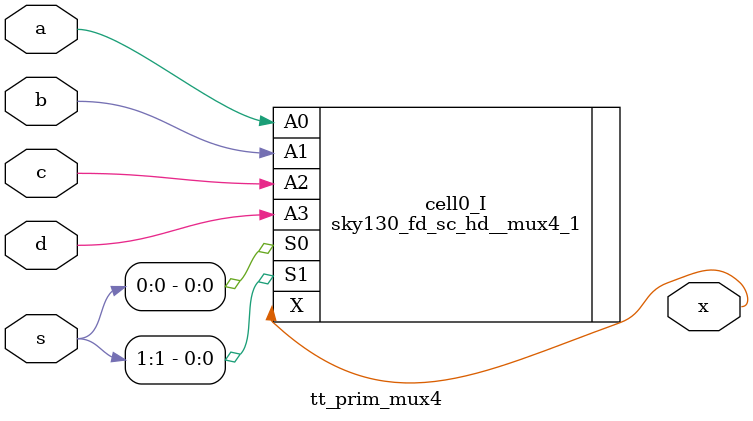
<source format=v>
/*
 * tt_prim_mux4.v
 *
 * TT Primitive
 * Mux4
 *
 * Author: Sylvain Munaut <tnt@246tNt.com>
 */

`default_nettype none

module tt_prim_mux4 (
	input  wire a,
	input  wire b,
	input  wire c,
	input  wire d,
	output wire x,
	input  wire [1:0] s
);

	sky130_fd_sc_hd__mux4_1 cell0_I (
`ifdef WITH_POWER
		.VPWR (1'b1),
		.VGND (1'b0),
		.VPB  (1'b1),
		.VNB  (1'b0),
`endif
		.A0 (a),
		.A1 (b),
		.A2 (c),
		.A3 (d),
		.S0 (s[0]),
		.S1 (s[1]),
		.X  (x)
	);

endmodule // tt_prim_mux4

</source>
